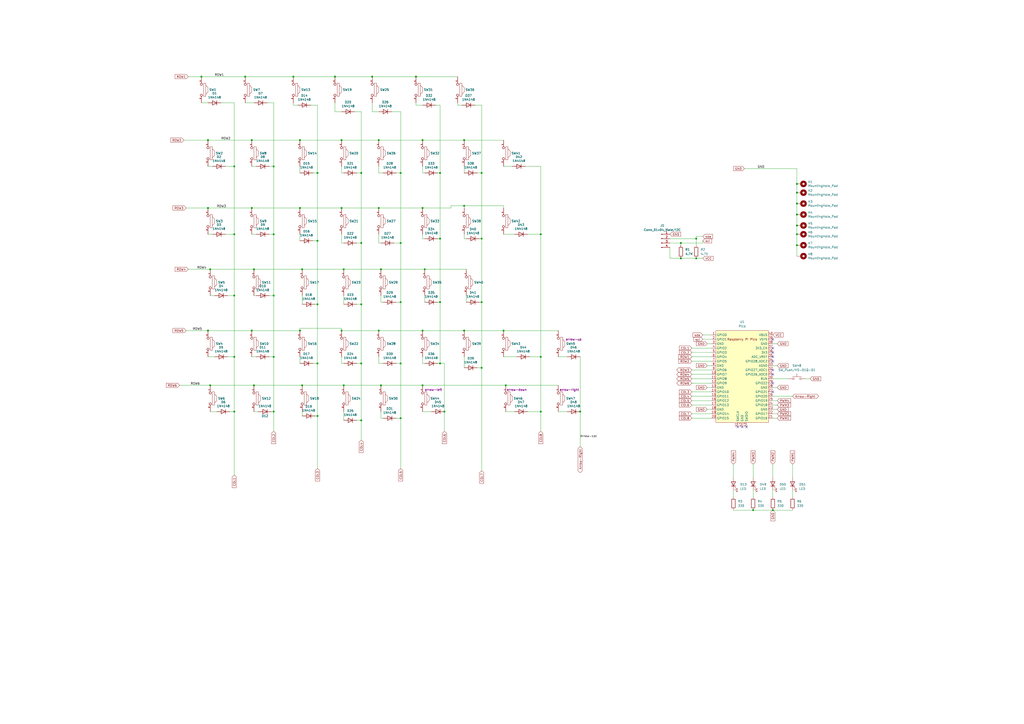
<source format=kicad_sch>
(kicad_sch (version 20211123) (generator eeschema)
  (paper "A2")
  (junction (at 462.28 142.24))
  (junction (at 194.31 44.45))
  (junction (at 209.55 243.84))
  (junction (at 269.24 191.77))
  (junction (at 269.24 81.28))
  (junction (at 279.4 100.33))
  (junction (at 293.37 223.52))
  (junction (at 184.15 210.82))
  (junction (at 135.89 207.01))
  (junction (at 173.99 191.77))
  (junction (at 184.15 176.53))
  (junction (at 146.05 120.65))
  (junction (at 336.55 238.76))
  (junction (at 158.75 207.01))
  (junction (at 245.11 223.52))
  (junction (at 255.27 210.82))
  (junction (at 232.41 210.82))
  (junction (at 121.92 223.52))
  (junction (at 135.89 238.76))
  (junction (at 313.69 238.76))
  (junction (at 462.28 135.89))
  (junction (at 184.15 139.7))
  (junction (at 116.84 44.45))
  (junction (at 232.41 140.97))
  (junction (at 146.05 81.28))
  (junction (at 158.75 171.45))
  (junction (at 170.18 44.45))
  (junction (at 245.11 120.65))
  (junction (at 219.71 120.65))
  (junction (at 313.69 135.89))
  (junction (at 462.28 111.76))
  (junction (at 120.65 191.77))
  (junction (at 121.92 156.21))
  (junction (at 232.41 100.33))
  (junction (at 209.55 140.97))
  (junction (at 279.4 175.26))
  (junction (at 158.75 135.89))
  (junction (at 184.15 241.3))
  (junction (at 147.32 223.52))
  (junction (at 120.65 120.65))
  (junction (at 436.88 295.91))
  (junction (at 232.41 175.26))
  (junction (at 198.12 120.65))
  (junction (at 246.38 156.21))
  (junction (at 158.75 96.52))
  (junction (at 209.55 210.82))
  (junction (at 219.71 191.77))
  (junction (at 462.28 118.11))
  (junction (at 255.27 175.26))
  (junction (at 279.4 138.43))
  (junction (at 462.28 106.68))
  (junction (at 175.26 223.52))
  (junction (at 184.15 100.33))
  (junction (at 269.24 119.38))
  (junction (at 173.99 81.28))
  (junction (at 462.28 124.46))
  (junction (at 199.39 223.52))
  (junction (at 245.11 81.28))
  (junction (at 241.3 44.45))
  (junction (at 173.99 120.65))
  (junction (at 135.89 171.45))
  (junction (at 209.55 100.33))
  (junction (at 245.11 191.77))
  (junction (at 215.9 44.45))
  (junction (at 292.1 191.77))
  (junction (at 175.26 156.21))
  (junction (at 220.98 156.21))
  (junction (at 120.65 81.28))
  (junction (at 403.86 149.86))
  (junction (at 232.41 242.57))
  (junction (at 135.89 135.89))
  (junction (at 313.69 207.01))
  (junction (at 209.55 176.53))
  (junction (at 257.81 238.76))
  (junction (at 279.4 213.36))
  (junction (at 158.75 238.76))
  (junction (at 255.27 100.33))
  (junction (at 394.97 149.86))
  (junction (at 199.39 156.21))
  (junction (at 394.97 140.97))
  (junction (at 448.31 295.91))
  (junction (at 135.89 96.52))
  (junction (at 403.86 138.43))
  (junction (at 147.32 156.21))
  (junction (at 462.28 130.81))
  (junction (at 219.71 81.28))
  (junction (at 198.12 191.77))
  (junction (at 220.98 223.52))
  (junction (at 255.27 138.43))
  (junction (at 146.05 191.77))
  (junction (at 142.24 44.45))
  (junction (at 198.12 81.28))
  (no_connect (at 448.31 201.93))
  (no_connect (at 448.31 207.01))
  (no_connect (at 433.07 247.65))
  (no_connect (at 448.31 196.85))
  (no_connect (at 448.31 214.63))
  (no_connect (at 448.31 222.25))
  (no_connect (at 448.31 204.47))
  (no_connect (at 427.99 247.65))
  (no_connect (at 430.53 247.65))
  (no_connect (at 448.31 227.33))
  (no_connect (at 448.31 217.17))
  (no_connect (at 448.31 209.55))
  (wire (pts (xy 228.6 140.97) (xy 232.41 140.97)))
  (wire (pts (xy 219.71 100.33) (xy 222.25 100.33)))
  (wire (pts (xy 254 175.26) (xy 255.27 175.26)))
  (wire (pts (xy 198.12 207.01) (xy 198.12 210.82)))
  (wire (pts (xy 198.12 120.65) (xy 219.71 120.65)))
  (wire (pts (xy 120.65 81.28) (xy 106.68 81.28)))
  (wire (pts (xy 245.11 210.82) (xy 246.38 210.82)))
  (wire (pts (xy 146.05 81.28) (xy 120.65 81.28)))
  (wire (pts (xy 232.41 242.57) (xy 232.41 210.82)))
  (wire (pts (xy 313.69 238.76) (xy 313.69 250.19)))
  (wire (pts (xy 425.45 269.24) (xy 425.45 276.86)))
  (wire (pts (xy 156.21 207.01) (xy 158.75 207.01)))
  (wire (pts (xy 209.55 243.84) (xy 207.01 243.84)))
  (wire (pts (xy 257.81 238.76) (xy 257.81 250.19)))
  (wire (pts (xy 257.81 210.82) (xy 255.27 210.82)))
  (wire (pts (xy 425.45 284.48) (xy 425.45 288.29)))
  (wire (pts (xy 401.32 201.93) (xy 412.75 201.93)))
  (wire (pts (xy 297.18 96.52) (xy 292.1 96.52)))
  (wire (pts (xy 401.32 214.63) (xy 412.75 214.63)))
  (wire (pts (xy 265.43 44.45) (xy 241.3 44.45)))
  (wire (pts (xy 147.32 223.52) (xy 175.26 223.52)))
  (wire (pts (xy 158.75 59.69) (xy 158.75 96.52)))
  (wire (pts (xy 121.92 223.52) (xy 104.14 223.52)))
  (wire (pts (xy 135.89 135.89) (xy 135.89 96.52)))
  (wire (pts (xy 269.24 81.28) (xy 245.11 81.28)))
  (wire (pts (xy 173.99 96.52) (xy 173.99 100.33)))
  (wire (pts (xy 158.75 207.01) (xy 158.75 238.76)))
  (wire (pts (xy 425.45 295.91) (xy 436.88 295.91)))
  (wire (pts (xy 388.62 140.97) (xy 394.97 140.97)))
  (wire (pts (xy 328.93 238.76) (xy 323.85 238.76)))
  (wire (pts (xy 388.62 138.43) (xy 403.86 138.43)))
  (wire (pts (xy 245.11 191.77) (xy 269.24 191.77)))
  (wire (pts (xy 133.35 238.76) (xy 135.89 238.76)))
  (wire (pts (xy 448.31 224.79) (xy 450.85 224.79)))
  (wire (pts (xy 148.59 171.45) (xy 147.32 171.45)))
  (wire (pts (xy 278.13 138.43) (xy 279.4 138.43)))
  (wire (pts (xy 146.05 207.01) (xy 148.59 207.01)))
  (wire (pts (xy 198.12 190.5) (xy 198.12 191.77)))
  (wire (pts (xy 241.3 60.96) (xy 241.3 59.69)))
  (wire (pts (xy 219.71 140.97) (xy 219.71 135.89)))
  (wire (pts (xy 194.31 64.77) (xy 194.31 59.69)))
  (wire (pts (xy 173.99 190.5) (xy 198.12 190.5)))
  (wire (pts (xy 121.92 238.76) (xy 125.73 238.76)))
  (wire (pts (xy 401.32 222.25) (xy 412.75 222.25)))
  (wire (pts (xy 180.34 60.96) (xy 184.15 60.96)))
  (wire (pts (xy 124.46 171.45) (xy 121.92 171.45)))
  (wire (pts (xy 254 210.82) (xy 255.27 210.82)))
  (wire (pts (xy 246.38 156.21) (xy 220.98 156.21)))
  (wire (pts (xy 412.75 224.79) (xy 410.21 224.79)))
  (wire (pts (xy 269.24 191.77) (xy 292.1 191.77)))
  (wire (pts (xy 412.75 237.49) (xy 410.21 237.49)))
  (wire (pts (xy 412.75 242.57) (xy 401.32 242.57)))
  (wire (pts (xy 448.31 229.87) (xy 459.74 229.87)))
  (wire (pts (xy 123.19 96.52) (xy 120.65 96.52)))
  (wire (pts (xy 275.59 60.96) (xy 279.4 60.96)))
  (wire (pts (xy 209.55 243.84) (xy 209.55 255.27)))
  (wire (pts (xy 209.55 64.77) (xy 209.55 100.33)))
  (wire (pts (xy 448.31 199.39) (xy 450.85 199.39)))
  (wire (pts (xy 149.86 238.76) (xy 147.32 238.76)))
  (wire (pts (xy 278.13 175.26) (xy 279.4 175.26)))
  (wire (pts (xy 255.27 175.26) (xy 255.27 210.82)))
  (wire (pts (xy 448.31 232.41) (xy 450.85 232.41)))
  (wire (pts (xy 448.31 240.03) (xy 450.85 240.03)))
  (wire (pts (xy 215.9 59.69) (xy 215.9 64.77)))
  (wire (pts (xy 254 138.43) (xy 255.27 138.43)))
  (wire (pts (xy 199.39 100.33) (xy 198.12 100.33)))
  (wire (pts (xy 170.18 60.96) (xy 172.72 60.96)))
  (wire (pts (xy 175.26 156.21) (xy 147.32 156.21)))
  (wire (pts (xy 462.28 106.68) (xy 462.28 97.79)))
  (wire (pts (xy 170.18 59.69) (xy 170.18 60.96)))
  (wire (pts (xy 198.12 191.77) (xy 219.71 191.77)))
  (wire (pts (xy 403.86 137.16) (xy 407.67 137.16)))
  (wire (pts (xy 232.41 175.26) (xy 232.41 140.97)))
  (wire (pts (xy 184.15 176.53) (xy 184.15 139.7)))
  (wire (pts (xy 394.97 149.86) (xy 403.86 149.86)))
  (wire (pts (xy 436.88 284.48) (xy 436.88 288.29)))
  (wire (pts (xy 135.89 238.76) (xy 135.89 207.01)))
  (wire (pts (xy 407.67 139.7) (xy 407.67 140.97)))
  (wire (pts (xy 135.89 238.76) (xy 135.89 275.59)))
  (wire (pts (xy 215.9 64.77) (xy 219.71 64.77)))
  (wire (pts (xy 401.32 232.41) (xy 412.75 232.41)))
  (wire (pts (xy 462.28 124.46) (xy 462.28 118.11)))
  (wire (pts (xy 146.05 191.77) (xy 173.99 191.77)))
  (wire (pts (xy 269.24 119.38) (xy 269.24 120.65)))
  (wire (pts (xy 232.41 242.57) (xy 232.41 271.78)))
  (wire (pts (xy 207.01 140.97) (xy 209.55 140.97)))
  (wire (pts (xy 407.67 196.85) (xy 412.75 196.85)))
  (wire (pts (xy 388.62 143.51) (xy 388.62 149.86)))
  (wire (pts (xy 173.99 81.28) (xy 146.05 81.28)))
  (wire (pts (xy 199.39 223.52) (xy 220.98 223.52)))
  (wire (pts (xy 276.86 213.36) (xy 279.4 213.36)))
  (wire (pts (xy 198.12 81.28) (xy 173.99 81.28)))
  (wire (pts (xy 448.31 219.71) (xy 457.2 219.71)))
  (wire (pts (xy 276.86 100.33) (xy 279.4 100.33)))
  (wire (pts (xy 198.12 140.97) (xy 199.39 140.97)))
  (wire (pts (xy 459.74 284.48) (xy 459.74 288.29)))
  (wire (pts (xy 462.28 118.11) (xy 462.28 111.76)))
  (wire (pts (xy 182.88 176.53) (xy 184.15 176.53)))
  (wire (pts (xy 246.38 171.45) (xy 246.38 175.26)))
  (wire (pts (xy 184.15 100.33) (xy 184.15 60.96)))
  (wire (pts (xy 205.74 64.77) (xy 209.55 64.77)))
  (wire (pts (xy 394.97 140.97) (xy 394.97 142.24)))
  (wire (pts (xy 270.51 156.21) (xy 246.38 156.21)))
  (wire (pts (xy 130.81 135.89) (xy 135.89 135.89)))
  (wire (pts (xy 298.45 238.76) (xy 293.37 238.76)))
  (wire (pts (xy 124.46 207.01) (xy 120.65 207.01)))
  (wire (pts (xy 241.3 44.45) (xy 215.9 44.45)))
  (wire (pts (xy 255.27 60.96) (xy 255.27 100.33)))
  (wire (pts (xy 403.86 142.24) (xy 403.86 138.43)))
  (wire (pts (xy 252.73 60.96) (xy 255.27 60.96)))
  (wire (pts (xy 148.59 96.52) (xy 146.05 96.52)))
  (wire (pts (xy 412.75 212.09) (xy 410.21 212.09)))
  (wire (pts (xy 175.26 171.45) (xy 175.26 176.53)))
  (wire (pts (xy 279.4 100.33) (xy 279.4 60.96)))
  (wire (pts (xy 245.11 60.96) (xy 241.3 60.96)))
  (wire (pts (xy 292.1 119.38) (xy 292.1 120.65)))
  (wire (pts (xy 250.19 238.76) (xy 245.11 238.76)))
  (wire (pts (xy 299.72 207.01) (xy 292.1 207.01)))
  (wire (pts (xy 220.98 242.57) (xy 222.25 242.57)))
  (wire (pts (xy 298.45 135.89) (xy 292.1 135.89)))
  (wire (pts (xy 184.15 139.7) (xy 184.15 100.33)))
  (wire (pts (xy 462.28 111.76) (xy 462.28 106.68)))
  (wire (pts (xy 130.81 96.52) (xy 135.89 96.52)))
  (wire (pts (xy 401.32 227.33) (xy 412.75 227.33)))
  (wire (pts (xy 279.4 213.36) (xy 279.4 273.05)))
  (wire (pts (xy 156.21 135.89) (xy 158.75 135.89)))
  (wire (pts (xy 135.89 96.52) (xy 135.89 59.69)))
  (wire (pts (xy 232.41 100.33) (xy 232.41 64.77)))
  (wire (pts (xy 120.65 59.69) (xy 116.84 59.69)))
  (wire (pts (xy 175.26 238.76) (xy 175.26 241.3)))
  (wire (pts (xy 431.8 97.79) (xy 462.28 97.79)))
  (wire (pts (xy 219.71 120.65) (xy 245.11 120.65)))
  (wire (pts (xy 448.31 234.95) (xy 450.85 234.95)))
  (wire (pts (xy 462.28 148.59) (xy 462.28 142.24)))
  (wire (pts (xy 336.55 207.01) (xy 336.55 238.76)))
  (wire (pts (xy 173.99 191.77) (xy 173.99 190.5)))
  (wire (pts (xy 269.24 96.52) (xy 269.24 100.33)))
  (wire (pts (xy 147.32 59.69) (xy 142.24 59.69)))
  (wire (pts (xy 220.98 175.26) (xy 222.25 175.26)))
  (wire (pts (xy 269.24 207.01) (xy 269.24 213.36)))
  (wire (pts (xy 198.12 64.77) (xy 194.31 64.77)))
  (wire (pts (xy 412.75 229.87) (xy 401.32 229.87)))
  (wire (pts (xy 158.75 171.45) (xy 158.75 207.01)))
  (wire (pts (xy 412.75 199.39) (xy 410.21 199.39)))
  (wire (pts (xy 220.98 238.76) (xy 220.98 242.57)))
  (wire (pts (xy 156.21 96.52) (xy 158.75 96.52)))
  (wire (pts (xy 407.67 194.31) (xy 412.75 194.31)))
  (wire (pts (xy 459.74 269.24) (xy 459.74 276.86)))
  (wire (pts (xy 199.39 156.21) (xy 175.26 156.21)))
  (wire (pts (xy 146.05 120.65) (xy 173.99 120.65)))
  (wire (pts (xy 219.71 96.52) (xy 219.71 100.33)))
  (wire (pts (xy 255.27 100.33) (xy 255.27 138.43)))
  (wire (pts (xy 412.75 207.01) (xy 401.32 207.01)))
  (wire (pts (xy 198.12 135.89) (xy 198.12 140.97)))
  (wire (pts (xy 448.31 269.24) (xy 448.31 276.86)))
  (wire (pts (xy 232.41 140.97) (xy 232.41 100.33)))
  (wire (pts (xy 229.87 210.82) (xy 232.41 210.82)))
  (wire (pts (xy 148.59 135.89) (xy 146.05 135.89)))
  (wire (pts (xy 245.11 138.43) (xy 245.11 135.89)))
  (wire (pts (xy 222.25 210.82) (xy 219.71 210.82)))
  (wire (pts (xy 257.81 210.82) (xy 257.81 238.76)))
  (wire (pts (xy 135.89 207.01) (xy 135.89 171.45)))
  (wire (pts (xy 194.31 44.45) (xy 170.18 44.45)))
  (wire (pts (xy 462.28 124.46) (xy 462.28 130.81)))
  (wire (pts (xy 403.86 138.43) (xy 403.86 137.16)))
  (wire (pts (xy 267.97 60.96) (xy 265.43 60.96)))
  (wire (pts (xy 142.24 44.45) (xy 170.18 44.45)))
  (wire (pts (xy 219.71 81.28) (xy 198.12 81.28)))
  (wire (pts (xy 199.39 171.45) (xy 199.39 176.53)))
  (wire (pts (xy 412.75 234.95) (xy 401.32 234.95)))
  (wire (pts (xy 403.86 149.86) (xy 407.67 149.86)))
  (wire (pts (xy 394.97 140.97) (xy 407.67 140.97)))
  (wire (pts (xy 245.11 81.28) (xy 219.71 81.28)))
  (wire (pts (xy 147.32 156.21) (xy 121.92 156.21)))
  (wire (pts (xy 181.61 139.7) (xy 184.15 139.7)))
  (wire (pts (xy 313.69 135.89) (xy 313.69 207.01)))
  (wire (pts (xy 307.34 207.01) (xy 313.69 207.01)))
  (wire (pts (xy 412.75 219.71) (xy 401.32 219.71)))
  (wire (pts (xy 209.55 100.33) (xy 209.55 140.97)))
  (wire (pts (xy 207.01 176.53) (xy 209.55 176.53)))
  (wire (pts (xy 229.87 100.33) (xy 232.41 100.33)))
  (wire (pts (xy 269.24 138.43) (xy 269.24 135.89)))
  (wire (pts (xy 336.55 238.76) (xy 336.55 259.08)))
  (wire (pts (xy 448.31 284.48) (xy 448.31 288.29)))
  (wire (pts (xy 173.99 120.65) (xy 198.12 120.65)))
  (wire (pts (xy 132.08 207.01) (xy 135.89 207.01)))
  (wire (pts (xy 220.98 156.21) (xy 199.39 156.21)))
  (wire (pts (xy 227.33 64.77) (xy 232.41 64.77)))
  (wire (pts (xy 207.01 100.33) (xy 209.55 100.33)))
  (wire (pts (xy 157.48 238.76) (xy 158.75 238.76)))
  (wire (pts (xy 261.62 119.38) (xy 269.24 119.38)))
  (wire (pts (xy 158.75 135.89) (xy 158.75 171.45)))
  (wire (pts (xy 436.88 295.91) (xy 448.31 295.91)))
  (wire (pts (xy 388.62 149.86) (xy 394.97 149.86)))
  (wire (pts (xy 313.69 238.76) (xy 313.69 207.01)))
  (wire (pts (xy 173.99 135.89) (xy 173.99 139.7)))
  (wire (pts (xy 220.98 140.97) (xy 219.71 140.97)))
  (wire (pts (xy 270.51 138.43) (xy 269.24 138.43)))
  (wire (pts (xy 279.4 138.43) (xy 279.4 100.33)))
  (wire (pts (xy 412.75 217.17) (xy 401.32 217.17)))
  (wire (pts (xy 245.11 120.65) (xy 261.62 120.65)))
  (wire (pts (xy 198.12 100.33) (xy 198.12 96.52)))
  (wire (pts (xy 121.92 156.21) (xy 109.22 156.21)))
  (wire (pts (xy 121.92 223.52) (xy 147.32 223.52)))
  (wire (pts (xy 158.75 238.76) (xy 158.75 250.19)))
  (wire (pts (xy 120.65 120.65) (xy 146.05 120.65)))
  (wire (pts (xy 232.41 210.82) (xy 232.41 175.26)))
  (wire (pts (xy 328.93 207.01) (xy 323.85 207.01)))
  (wire (pts (xy 209.55 140.97) (xy 209.55 176.53)))
  (wire (pts (xy 120.65 120.65) (xy 107.95 120.65)))
  (wire (pts (xy 175.26 223.52) (xy 199.39 223.52)))
  (wire (pts (xy 135.89 171.45) (xy 135.89 135.89)))
  (wire (pts (xy 209.55 176.53) (xy 209.55 210.82)))
  (wire (pts (xy 279.4 175.26) (xy 279.4 138.43)))
  (wire (pts (xy 184.15 241.3) (xy 184.15 210.82)))
  (wire (pts (xy 215.9 44.45) (xy 194.31 44.45)))
  (wire (pts (xy 154.94 59.69) (xy 158.75 59.69)))
  (wire (pts (xy 401.32 209.55) (xy 412.75 209.55)))
  (wire (pts (xy 313.69 96.52) (xy 313.69 135.89)))
  (wire (pts (xy 254 100.33) (xy 255.27 100.33)))
  (wire (pts (xy 156.21 171.45) (xy 158.75 171.45)))
  (wire (pts (xy 270.51 171.45) (xy 270.51 175.26)))
  (wire (pts (xy 306.07 238.76) (xy 313.69 238.76)))
  (wire (pts (xy 269.24 119.38) (xy 292.1 119.38)))
  (wire (pts (xy 246.38 100.33) (xy 245.11 100.33)))
  (wire (pts (xy 173.99 207.01) (xy 173.99 210.82)))
  (wire (pts (xy 448.31 295.91) (xy 459.74 295.91)))
  (wire (pts (xy 181.61 100.33) (xy 184.15 100.33)))
  (wire (pts (xy 412.75 204.47) (xy 401.32 204.47)))
  (wire (pts (xy 184.15 241.3) (xy 184.15 271.78)))
  (wire (pts (xy 120.65 191.77) (xy 146.05 191.77)))
  (wire (pts (xy 229.87 242.57) (xy 232.41 242.57)))
  (wire (pts (xy 292.1 81.28) (xy 269.24 81.28)))
  (wire (pts (xy 401.32 240.03) (xy 412.75 240.03)))
  (wire (pts (xy 323.85 191.77) (xy 292.1 191.77)))
  (wire (pts (xy 116.84 44.45) (xy 142.24 44.45)))
  (wire (pts (xy 448.31 237.49) (xy 450.85 237.49)))
  (wire (pts (xy 219.71 191.77) (xy 245.11 191.77)))
  (wire (pts (xy 306.07 135.89) (xy 313.69 135.89)))
  (wire (pts (xy 199.39 243.84) (xy 199.39 238.76)))
  (wire (pts (xy 265.43 60.96) (xy 265.43 59.69)))
  (wire (pts (xy 279.4 213.36) (xy 279.4 175.26)))
  (wire (pts (xy 229.87 175.26) (xy 232.41 175.26)))
  (wire (pts (xy 132.08 171.45) (xy 135.89 171.45)))
  (wire (pts (xy 158.75 96.52) (xy 158.75 135.89)))
  (wire (pts (xy 448.31 212.09) (xy 450.85 212.09)))
  (wire (pts (xy 198.12 210.82) (xy 199.39 210.82)))
  (wire (pts (xy 184.15 210.82) (xy 184.15 176.53)))
  (wire (pts (xy 123.19 135.89) (xy 120.65 135.89)))
  (wire (pts (xy 128.27 59.69) (xy 135.89 59.69)))
  (wire (pts (xy 181.61 210.82) (xy 184.15 210.82)))
  (wire (pts (xy 462.28 135.89) (xy 462.28 130.81)))
  (wire (pts (xy 209.55 210.82) (xy 209.55 243.84)))
  (wire (pts (xy 462.28 142.24) (xy 462.28 135.89)))
  (wire (pts (xy 107.95 191.77) (xy 120.65 191.77)))
  (wire (pts (xy 245.11 100.33) (xy 245.11 96.52)))
  (wire (pts (xy 245.11 207.01) (xy 245.11 210.82)))
  (wire (pts (xy 261.62 120.65) (xy 261.62 119.38)))
  (wire (pts (xy 246.38 138.43) (xy 245.11 138.43)))
  (wire (pts (xy 293.37 223.52) (xy 245.11 223.52)))
  (wire (pts (xy 448.31 242.57) (xy 450.85 242.57)))
  (wire (pts (xy 219.71 210.82) (xy 219.71 207.01)))
  (wire (pts (xy 436.88 269.24) (xy 436.88 276.86)))
  (wire (pts (xy 293.37 223.52) (xy 323.85 223.52)))
  (wire (pts (xy 220.98 171.45) (xy 220.98 175.26)))
  (wire (pts (xy 245.11 223.52) (xy 220.98 223.52)))
  (wire (pts (xy 304.8 96.52) (xy 313.69 96.52)))
  (wire (pts (xy 467.36 219.71) (xy 469.9 219.71)))
  (wire (pts (xy 182.88 241.3) (xy 184.15 241.3)))
  (wire (pts (xy 255.27 138.43) (xy 255.27 175.26)))
  (wire (pts (xy 116.84 44.45) (xy 109.22 44.45)))
  (wire (pts (xy 207.01 210.82) (xy 209.55 210.82)))
  (label "ROW6" (at 110.49 223.52 0))
  (label "GND" (at 439.42 97.79 0))
  (label "ROW5" (at 111.76 191.77 0))
  (label "ROW3" (at 125.73 120.65 0))
  (label "ROW2" (at 128.27 81.28 0))
  (label "Arrow-col" (at 336.55 254 0))
  (label "ROW4" (at 114.3 156.21 0))
  (label "ROW1" (at 124.46 44.45 0))
  (global_label "ROW4" (shape bidirectional) (at 401.32 217.17 180) (property "Intersheet References" "${INTERSHEET_REFS}" (effects hide)))
  (global_label "GND" (shape input) (at 410.21 212.09 180) (property "Intersheet References" "${INTERSHEET_REFS}" (effects hide)))
  (global_label "ROW6" (shape bidirectional) (at 401.32 222.25 180) (property "Intersheet References" "${INTERSHEET_REFS}" (effects hide)))
  (global_label "COL2" (shape input) (at 158.75 250.19 270) (property "Intersheet References" "${INTERSHEET_REFS}" (effects hide)))
  (global_label "GND" (shape input) (at 450.85 212.09 0) (property "Intersheet References" "${INTERSHEET_REFS}" (effects hide)))
  (global_label "GND" (shape input) (at 410.21 199.39 180) (property "Intersheet References" "${INTERSHEET_REFS}" (effects hide)))
  (global_label "VCC" (shape input) (at 448.31 194.31 0) (property "Intersheet References" "${INTERSHEET_REFS}" (effects hide)))
  (global_label "COL1" (shape input) (at 135.89 275.59 270) (property "Intersheet References" "${INTERSHEET_REFS}" (effects hide)))
  (global_label "sda" (shape input) (at 407.67 194.31 180) (property "Intersheet References" "${INTERSHEET_REFS}" (effects hide)))
  (global_label "COL5" (shape input) (at 232.41 271.78 270) (property "Intersheet References" "${INTERSHEET_REFS}" (effects hide)))
  (global_label "GND" (shape input) (at 410.21 224.79 180) (property "Intersheet References" "${INTERSHEET_REFS}" (effects hide)))
  (global_label "PWM1" (shape input) (at 459.74 269.24 90) (property "Intersheet References" "${INTERSHEET_REFS}" (effects hide)))
  (global_label "ROW3" (shape input) (at 107.95 120.65 180) (property "Intersheet References" "${INTERSHEET_REFS}" (effects hide)))
  (global_label "PWM1" (shape input) (at 450.85 242.57 0) (property "Intersheet References" "${INTERSHEET_REFS}" (effects hide)))
  (global_label "COL4" (shape input) (at 401.32 229.87 180) (property "Intersheet References" "${INTERSHEET_REFS}" (effects hide)))
  (global_label "scl" (shape input) (at 407.67 196.85 180) (property "Intersheet References" "${INTERSHEET_REFS}" (effects hide)))
  (global_label "PWM2" (shape input) (at 448.31 269.24 90) (property "Intersheet References" "${INTERSHEET_REFS}" (effects hide)))
  (global_label "GND" (shape input) (at 388.62 135.89 0) (property "Intersheet References" "${INTERSHEET_REFS}" (effects hide)))
  (global_label "PWM4" (shape input) (at 425.45 269.24 90) (property "Intersheet References" "${INTERSHEET_REFS}" (effects hide)))
  (global_label "sda" (shape input) (at 407.67 137.16 0) (property "Intersheet References" "${INTERSHEET_REFS}" (effects hide)))
  (global_label "ROW2" (shape input) (at 401.32 209.55 180) (property "Intersheet References" "${INTERSHEET_REFS}" (effects hide)))
  (global_label "Arrow-Right" (shape bidirectional) (at 459.74 229.87 0) (property "Intersheet References" "${INTERSHEET_REFS}" (effects hide)))
  (global_label "PWM2" (shape input) (at 450.85 240.03 0) (property "Intersheet References" "${INTERSHEET_REFS}" (effects hide)))
  (global_label "GND" (shape input) (at 469.9 219.71 0) (property "Intersheet References" "${INTERSHEET_REFS}" (effects hide)))
  (global_label "GND" (shape input) (at 448.31 295.91 270) (property "Intersheet References" "${INTERSHEET_REFS}" (effects hide)))
  (global_label "COL8" (shape input) (at 313.69 250.19 270) (property "Intersheet References" "${INTERSHEET_REFS}" (effects hide)))
  (global_label "VCC" (shape input) (at 407.67 149.86 0) (property "Intersheet References" "${INTERSHEET_REFS}" (effects hide)))
  (global_label "COL3" (shape input) (at 401.32 227.33 180) (property "Intersheet References" "${INTERSHEET_REFS}" (effects hide)))
  (global_label "PWM4" (shape input) (at 450.85 232.41 0) (property "Intersheet References" "${INTERSHEET_REFS}" (effects hide)))
  (global_label "COL6" (shape input) (at 401.32 234.95 180) (property "Intersheet References" "${INTERSHEET_REFS}" (effects hide)))
  (global_label "GND" (shape input) (at 410.21 237.49 180) (property "Intersheet References" "${INTERSHEET_REFS}" (effects hide)))
  (global_label "ROW4" (shape input) (at 109.22 156.21 180) (property "Intersheet References" "${INTERSHEET_REFS}" (effects hide)))
  (global_label "COL5" (shape input) (at 401.32 232.41 180) (property "Intersheet References" "${INTERSHEET_REFS}" (effects hide)))
  (global_label "scl" (shape input) (at 407.67 139.7 0) (property "Intersheet References" "${INTERSHEET_REFS}" (effects hide)))
  (global_label "COL7" (shape input) (at 401.32 240.03 180) (property "Intersheet References" "${INTERSHEET_REFS}" (effects hide)))
  (global_label "ROW6" (shape input) (at 104.14 223.52 180) (property "Intersheet References" "${INTERSHEET_REFS}" (effects hide)))
  (global_label "GND" (shape input) (at 450.85 199.39 0) (property "Intersheet References" "${INTERSHEET_REFS}" (effects hide)))
  (global_label "COL8" (shape input) (at 401.32 242.57 180) (property "Intersheet References" "${INTERSHEET_REFS}" (effects hide)))
  (global_label "ROW2" (shape input) (at 106.68 81.28 180) (property "Intersheet References" "${INTERSHEET_REFS}" (effects hide)))
  (global_label "ROW5" (shape input) (at 107.95 191.77 180) (property "Intersheet References" "${INTERSHEET_REFS}" (effects hide)))
  (global_label "COL7" (shape input) (at 279.4 273.05 270) (property "Intersheet References" "${INTERSHEET_REFS}" (effects hide)))
  (global_label "Arrow-Right" (shape bidirectional) (at 336.55 259.08 270) (property "Intersheet References" "${INTERSHEET_REFS}" (effects hide)))
  (global_label "GND" (shape input) (at 431.8 97.79 180) (property "Intersheet References" "${INTERSHEET_REFS}" (effects hide)))
  (global_label "GND" (shape input) (at 450.85 237.49 0) (property "Intersheet References" "${INTERSHEET_REFS}" (effects hide)))
  (global_label "COL2" (shape input) (at 401.32 204.47 180) (property "Intersheet References" "${INTERSHEET_REFS}" (effects hide)))
  (global_label "GND" (shape input) (at 450.85 224.79 0) (property "Intersheet References" "${INTERSHEET_REFS}" (effects hide)))
  (global_label "ROW5" (shape bidirectional) (at 401.32 219.71 180) (property "Intersheet References" "${INTERSHEET_REFS}" (effects hide)))
  (global_label "ROW1" (shape input) (at 401.32 207.01 180) (property "Intersheet References" "${INTERSHEET_REFS}" (effects hide)))
  (global_label "ROW3" (shape bidirectional) (at 401.32 214.63 180) (property "Intersheet References" "${INTERSHEET_REFS}" (effects hide)))
  (global_label "COL4" (shape input) (at 209.55 255.27 270) (property "Intersheet References" "${INTERSHEET_REFS}" (effects hide)))
  (global_label "PWM3" (shape input) (at 450.85 234.95 0) (property "Intersheet References" "${INTERSHEET_REFS}" (effects hide)))
  (global_label "COL1" (shape input) (at 401.32 201.93 180) (property "Intersheet References" "${INTERSHEET_REFS}" (effects hide)))
  (global_label "PWM3" (shape input) (at 436.88 269.24 90) (property "Intersheet References" "${INTERSHEET_REFS}" (effects hide)))
  (global_label "COL6" (shape input) (at 257.81 250.19 270) (property "Intersheet References" "${INTERSHEET_REFS}" (effects hide)))
  (global_label "COL3" (shape input) (at 184.15 271.78 270) (property "Intersheet References" "${INTERSHEET_REFS}" (effects hide)))
  (global_label "ROW1" (shape input) (at 109.22 44.45 180) (property "Intersheet References" "${INTERSHEET_REFS}" (effects hide)))
  (symbol (lib_id "pcb-flat-right-rescue:MX-NO-LED-keyboard2") (at 120.65 128.27 270) (unit 1)
    (property "Reference" "SW3" (at 125.1712 128.27 90) (effects (justify left)))
    (property "Value" "MX-NO-LED" (effects hide))
    (property "Footprint" "Button_Switch_Keyboard:SW_Cherry_MX_1.50u_PCB" (effects hide))
  )
  (symbol (lib_id "pcb-flat-right-rescue:MX-NO-LED-keyboard2") (at 146.05 128.27 270) (unit 1)
    (property "Reference" "SW9" (at 150.5712 128.27 90) (effects (justify left)))
    (property "Value" "MX-NO-LED" (effects hide))
    (property "Footprint" "Button_Switch_Keyboard:SW_Cherry_MX_1.00u_PCB" (effects hide))
  )
  (symbol (lib_id "pcb-flat-right-rescue:MX-NO-LED-keyboard2") (at 173.99 128.27 270) (unit 1)
    (property "Reference" "SW15" (at 178.5112 128.27 90) (effects (justify left)))
    (property "Value" "MX-NO-LED" (effects hide))
    (property "Footprint" "Button_Switch_Keyboard:SW_Cherry_MX_1.00u_PCB" (effects hide))
  )
  (symbol (lib_id "pcb-flat-right-rescue:MX-NO-LED-keyboard2") (at 198.12 128.27 270) (unit 1)
    (property "Reference" "SW21" (at 202.6412 128.27 90) (effects (justify left)))
    (property "Value" "MX-NO-LED" (effects hide))
    (property "Footprint" "Button_Switch_Keyboard:SW_Cherry_MX_1.00u_PCB" (effects hide))
  )
  (symbol (lib_id "pcb-flat-right-rescue:MX-NO-LED-keyboard2") (at 219.71 128.27 270) (unit 1)
    (property "Reference" "SW27" (at 224.2312 128.27 90) (effects (justify left)))
    (property "Value" "MX-NO-LED" (effects hide))
    (property "Footprint" "Button_Switch_Keyboard:SW_Cherry_MX_1.00u_PCB" (effects hide))
  )
  (symbol (lib_id "pcb-flat-right-rescue:MX-NO-LED-keyboard2") (at 245.11 128.27 270) (unit 1)
    (property "Reference" "SW33" (at 249.6312 128.27 90) (effects (justify left)))
    (property "Value" "MX-NO-LED" (effects hide))
    (property "Footprint" "Button_Switch_Keyboard:SW_Cherry_MX_1.00u_PCB" (effects hide))
  )
  (symbol (lib_id "pcb-flat-right-rescue:MX-NO-LED-keyboard2") (at 269.24 128.27 270) (unit 1)
    (property "Reference" "SW38" (at 273.7612 128.27 90) (effects (justify left)))
    (property "Value" "MX-NO-LED" (effects hide))
    (property "Footprint" "Button_Switch_Keyboard:SW_Cherry_MX_1.00u_PCB" (effects hide))
  )
  (symbol (lib_id "pcb-flat-right-rescue:MX-NO-LED-keyboard2") (at 292.1 128.27 270) (unit 1)
    (property "Reference" "SW42" (at 296.6212 128.27 90) (effects (justify left)))
    (property "Value" "MX-NO-LED" (effects hide))
    (property "Footprint" "Button_Switch_Keyboard:SW_Cherry_MX_1.50u_PCB" (effects hide))
  )
  (symbol (lib_id "pcb-flat-right-rescue:MX-NO-LED-keyboard2") (at 121.92 163.83 270) (unit 1)
    (property "Reference" "SW5" (at 126.4412 163.83 90) (effects (justify left)))
    (property "Value" "MX-NO-LED" (effects hide))
    (property "Footprint" "Button_Switch_Keyboard:SW_Cherry_MX_1.50u_PCB" (effects hide))
  )
  (symbol (lib_id "pcb-flat-right-rescue:MX-NO-LED-keyboard2") (at 147.32 163.83 270) (unit 1)
    (property "Reference" "SW11" (at 151.8412 163.83 90) (effects (justify left)))
    (property "Value" "MX-NO-LED" (effects hide))
    (property "Footprint" "Button_Switch_Keyboard:SW_Cherry_MX_1.00u_PCB" (effects hide))
  )
  (symbol (lib_id "pcb-flat-right-rescue:MX-NO-LED-keyboard2") (at 175.26 163.83 270) (unit 1)
    (property "Reference" "SW17" (at 179.7812 163.83 90) (effects (justify left)))
    (property "Value" "MX-NO-LED" (effects hide))
    (property "Footprint" "Button_Switch_Keyboard:SW_Cherry_MX_1.00u_PCB" (effects hide))
  )
  (symbol (lib_id "pcb-flat-right-rescue:MX-NO-LED-keyboard2") (at 199.39 163.83 270) (unit 1)
    (property "Reference" "SW23" (at 203.9112 163.83 90) (effects (justify left)))
    (property "Value" "MX-NO-LED" (effects hide))
    (property "Footprint" "Button_Switch_Keyboard:SW_Cherry_MX_1.00u_PCB" (effects hide))
  )
  (symbol (lib_id "pcb-flat-right-rescue:MX-NO-LED-keyboard2") (at 220.98 163.83 270) (unit 1)
    (property "Reference" "SW29" (at 225.5012 163.83 90) (effects (justify left)))
    (property "Value" "MX-NO-LED" (effects hide))
    (property "Footprint" "Button_Switch_Keyboard:SW_Cherry_MX_1.00u_PCB" (effects hide))
  )
  (symbol (lib_id "pcb-flat-right-rescue:MX-NO-LED-keyboard2") (at 246.38 163.83 270) (unit 1)
    (property "Reference" "SW35" (at 250.9012 163.83 90) (effects (justify left)))
    (property "Value" "MX-NO-LED" (effects hide))
    (property "Footprint" "Button_Switch_Keyboard:SW_Cherry_MX_1.00u_PCB" (effects hide))
  )
  (symbol (lib_id "pcb-flat-right-rescue:MX-NO-LED-keyboard2") (at 270.51 163.83 270) (unit 1)
    (property "Reference" "SW40" (at 275.0312 163.83 90) (effects (justify left)))
    (property "Value" "MX-NO-LED" (effects hide))
    (property "Footprint" "Button_Switch_Keyboard:SW_Cherry_MX_1.00u_PCB" (effects hide))
  )
  (symbol (lib_id "pcb-flat-right-rescue:MX-NO-LED-keyboard2") (at 120.65 199.39 270) (unit 1)
    (property "Reference" "SW4" (at 125.1712 199.39 90) (effects (justify left)))
    (property "Value" "MX-NO-LED" (effects hide))
    (property "Footprint" "Button_Switch_Keyboard:SW_Cherry_MX_1.50u_PCB" (effects hide))
  )
  (symbol (lib_id "pcb-flat-right-rescue:MX-NO-LED-keyboard2") (at 146.05 199.39 270) (unit 1)
    (property "Reference" "SW10" (at 150.5712 199.39 90) (effects (justify left)))
    (property "Value" "MX-NO-LED" (effects hide))
    (property "Footprint" "Button_Switch_Keyboard:SW_Cherry_MX_1.00u_PCB" (effects hide))
  )
  (symbol (lib_id "pcb-flat-right-rescue:MX-NO-LED-keyboard2") (at 173.99 199.39 270) (unit 1)
    (property "Reference" "SW16" (at 178.5112 199.39 90) (effects (justify left)))
    (property "Value" "MX-NO-LED" (effects hide))
    (property "Footprint" "Button_Switch_Keyboard:SW_Cherry_MX_1.00u_PCB" (effects hide))
  )
  (symbol (lib_id "pcb-flat-right-rescue:MX-NO-LED-keyboard2") (at 198.12 199.39 270) (unit 1)
    (property "Reference" "SW22" (at 202.6412 199.39 90) (effects (justify left)))
    (property "Value" "MX-NO-LED" (effects hide))
    (property "Footprint" "Button_Switch_Keyboard:SW_Cherry_MX_1.00u_PCB" (effects hide))
  )
  (symbol (lib_id "pcb-flat-right-rescue:MX-NO-LED-keyboard2") (at 219.71 199.39 270) (unit 1)
    (property "Reference" "SW28" (at 224.2312 199.39 90) (effects (justify left)))
    (property "Value" "MX-NO-LED" (effects hide))
    (property "Footprint" "Button_Switch_Keyboard:SW_Cherry_MX_1.00u_PCB" (effects hide))
  )
  (symbol (lib_id "pcb-flat-right-rescue:MX-NO-LED-keyboard2") (at 245.11 199.39 270) (unit 1)
    (property "Reference" "SW34" (at 249.6312 199.39 90) (effects (justify left)))
    (property "Value" "MX-NO-LED" (effects hide))
    (property "Footprint" "Button_Switch_Keyboard:SW_Cherry_MX_1.00u_PCB" (effects hide))
  )
  (symbol (lib_id "pcb-flat-right-rescue:MX-NO-LED-keyboard2") (at 269.24 199.39 270) (unit 1)
    (property "Reference" "SW39" (at 273.7612 199.39 90) (effects (justify left)))
    (property "Value" "MX-NO-LED" (effects hide))
    (property "Footprint" "Button_Switch_Keyboard:SW_Cherry_MX_1.00u_PCB" (effects hide))
  )
  (symbol (lib_id "pcb-flat-right-rescue:MX-NO-LED-keyboard2") (at 292.1 199.39 270) (unit 1)
    (property "Reference" "SW43" (at 296.6212 199.39 90) (effects (justify left)))
    (property "Value" "MX-NO-LED" (effects hide))
    (property "Footprint" "Button_Switch_Keyboard:SW_Cherry_MX_1.50u_PCB" (effects hide))
  )
  (symbol (lib_id "pcb-flat-right-rescue:MX-NO-LED-keyboard2") (at 121.92 231.14 270) (unit 1)
    (property "Reference" "SW6" (at 126.4412 231.14 90) (effects (justify left)))
    (property "Value" "MX-NO-LED" (effects hide))
    (property "Footprint" "Button_Switch_Keyboard:SW_Cherry_MX_1.00u_PCB" (effects hide))
  )
  (symbol (lib_id "pcb-flat-right-rescue:MX-NO-LED-keyboard2") (at 147.32 231.14 270) (unit 1)
    (property "Reference" "SW12" (at 151.8412 231.14 90) (effects (justify left)))
    (property "Value" "MX-NO-LED" (effects hide))
    (property "Footprint" "Button_Switch_Keyboard:SW_Cherry_MX_1.00u_PCB" (effects hide))
  )
  (symbol (lib_id "pcb-flat-right-rescue:MX-NO-LED-keyboard2") (at 175.26 231.14 270) (unit 1)
    (property "Reference" "SW18" (at 179.7812 231.14 90) (effects (justify left)))
    (property "Value" "MX-NO-LED" (effects hide))
    (property "Footprint" "Button_Switch_Keyboard:SW_Cherry_MX_1.00u_PCB" (effects hide))
  )
  (symbol (lib_id "pcb-flat-right-rescue:MX-NO-LED-keyboard2") (at 199.39 231.14 270) (unit 1)
    (property "Reference" "SW24" (at 203.9112 231.14 90) (effects (justify left)))
    (property "Value" "MX-NO-LED" (effects hide))
    (property "Footprint" "Button_Switch_Keyboard:SW_Cherry_MX_1.00u_PCB" (effects hide))
  )
  (symbol (lib_id "pcb-flat-right-rescue:MX-NO-LED-keyboard2") (at 220.98 231.14 270) (unit 1)
    (property "Reference" "SW30" (at 225.5012 231.14 90) (effects (justify left)))
    (property "Value" "MX-NO-LED" (effects hide))
    (property "Footprint" "Button_Switch_Keyboard:SW_Cherry_MX_1.00u_PCB" (effects hide))
  )
  (symbol (lib_id "pcb-flat-right-rescue:MX-NO-LED-keyboard2") (at 245.11 231.14 270) (unit 1)
    (property "Reference" "SW44" (at 249.6312 231.14 90) (effects (justify left)))
    (property "Value" "MX-NO-LED" (effects hide))
    (property "Footprint" "Button_Switch_Keyboard:SW_Cherry_MX_1.00u_PCB" (effects hide))
    (property "Field4" "arrow-left" (at 251.46 226.06 90))
  )
  (symbol (lib_id "pcb-flat-right-rescue:MX-NO-LED-keyboard2") (at 293.37 231.14 270) (unit 1)
    (property "Reference" "SW46" (at 297.8912 231.14 90) (effects (justify left)))
    (property "Value" "MX-NO-LED" (effects hide))
    (property "Footprint" "Button_Switch_Keyboard:SW_Cherry_MX_1.00u_PCB" (effects hide))
    (property "Field4" "arrow-down" (at 299.72 226.06 90))
  )
  (symbol (lib_id "pcb-flat-right-rescue:MX-NO-LED-keyboard2") (at 323.85 231.14 270) (unit 1)
    (property "Reference" "SW47" (at 328.3712 231.14 90) (effects (justify left)))
    (property "Value" "MX-NO-LED" (effects hide))
    (property "Footprint" "Button_Switch_Keyboard:SW_Cherry_MX_1.00u_PCB" (effects hide))
    (property "Field4" "arrow-right" (at 330.2 226.06 90))
  )
  (symbol (lib_id "pcb-flat-right-rescue:MX-NO-LED-keyboard2") (at 323.85 199.39 270) (unit 1)
    (property "Reference" "SW45" (at 328.3712 199.39 90) (effects (justify left)))
    (property "Value" "MX-NO-LED" (effects hide))
    (property "Footprint" "Button_Switch_Keyboard:SW_Cherry_MX_1.00u_PCB" (effects hide))
    (property "Field4" "arrow-up" (at 332.74 196.85 90))
  )
  (symbol (lib_id "pcb-flat-right-rescue:MX-NO-LED-keyboard2") (at 116.84 52.07 270) (unit 1)
    (property "Reference" "SW1" (at 121.3612 52.07 90) (effects (justify left)))
    (property "Value" "MX-NO-LED" (effects hide))
    (property "Footprint" "Button_Switch_Keyboard:SW_Cherry_MX_1.00u_PCB" (effects hide))
  )
  (symbol (lib_id "pcb-flat-right-rescue:MX-NO-LED-keyboard2") (at 142.24 52.07 270) (unit 1)
    (property "Reference" "SW7" (at 146.7612 52.07 90) (effects (justify left)))
    (property "Value" "MX-NO-LED" (effects hide))
    (property "Footprint" "Button_Switch_Keyboard:SW_Cherry_MX_1.00u_PCB" (effects hide))
  )
  (symbol (lib_id "pcb-flat-right-rescue:MX-NO-LED-keyboard2") (at 170.18 52.07 270) (unit 1)
    (property "Reference" "SW13" (at 174.7012 52.07 90) (effects (justify left)))
    (property "Value" "MX-NO-LED" (effects hide))
    (property "Footprint" "Button_Switch_Keyboard:SW_Cherry_MX_1.00u_PCB" (effects hide))
  )
  (symbol (lib_id "pcb-flat-right-rescue:MX-NO-LED-keyboard2") (at 194.31 52.07 270) (unit 1)
    (property "Reference" "SW19" (at 198.8312 52.07 90) (effects (justify left)))
    (property "Value" "MX-NO-LED" (effects hide))
    (property "Footprint" "Button_Switch_Keyboard:SW_Cherry_MX_1.00u_PCB" (effects hide))
  )
  (symbol (lib_id "pcb-flat-right-rescue:MX-NO-LED-keyboard2") (at 215.9 52.07 270) (unit 1)
    (property "Reference" "SW25" (at 220.4212 52.07 90) (effects (justify left)))
    (property "Value" "MX-NO-LED" (effects hide))
    (property "Footprint" "Button_Switch_Keyboard:SW_Cherry_MX_1.00u_PCB" (effects hide))
  )
  (symbol (lib_id "pcb-flat-right-rescue:MX-NO-LED-keyboard2") (at 241.3 52.07 270) (unit 1)
    (property "Reference" "SW31" (at 245.8212 52.07 90) (effects (justify left)))
    (property "Value" "MX-NO-LED" (effects hide))
    (property "Footprint" "Button_Switch_Keyboard:SW_Cherry_MX_1.00u_PCB" (effects hide))
  )
  (symbol (lib_id "pcb-flat-right-rescue:MX-NO-LED-keyboard2") (at 265.43 52.07 270) (unit 1)
    (property "Reference" "SW36" (at 269.9512 52.07 90) (effects (justify left)))
    (property "Value" "MX-NO-LED" (effects hide))
    (property "Footprint" "Button_Switch_Keyboard:SW_Cherry_MX_1.00u_PCB" (effects hide))
  )
  (symbol (lib_id "pcb-flat-right-rescue:MX-NO-LED-keyboard2") (at 120.65 88.9 270) (unit 1)
    (property "Reference" "SW2" (at 125.1712 88.9 90) (effects (justify left)))
    (property "Value" "MX-NO-LED" (effects hide))
    (property "Footprint" "Button_Switch_Keyboard:SW_Cherry_MX_1.50u_PCB" (effects hide))
  )
  (symbol (lib_id "pcb-flat-right-rescue:MX-NO-LED-keyboard2") (at 146.05 88.9 270) (unit 1)
    (property "Reference" "SW8" (at 150.5712 88.9 90) (effects (justify left)))
    (property "Value" "MX-NO-LED" (effects hide))
    (property "Footprint" "Button_Switch_Keyboard:SW_Cherry_MX_1.00u_PCB" (effects hide))
  )
  (symbol (lib_id "pcb-flat-right-rescue:MX-NO-LED-keyboard2") (at 173.99 88.9 270) (unit 1)
    (property "Reference" "SW14" (at 178.5112 88.9 90) (effects (justify left)))
    (property "Value" "MX-NO-LED" (effects hide))
    (property "Footprint" "Button_Switch_Keyboard:SW_Cherry_MX_1.00u_PCB" (effects hide))
  )
  (symbol (lib_id "pcb-flat-right-rescue:MX-NO-LED-keyboard2") (at 198.12 88.9 270) (unit 1)
    (property "Reference" "SW20" (at 202.6412 88.9 90) (effects (justify left)))
    (property "Value" "MX-NO-LED" (effects hide))
    (property "Footprint" "Button_Switch_Keyboard:SW_Cherry_MX_1.00u_PCB" (effects hide))
  )
  (symbol (lib_id "pcb-flat-right-rescue:MX-NO-LED-keyboard2") (at 219.71 88.9 270) (unit 1)
    (property "Reference" "SW26" (at 224.2312 88.9 90) (effects (justify left)))
    (property "Value" "MX-NO-LED" (effects hide))
    (property "Footprint" "Button_Switch_Keyboard:SW_Cherry_MX_1.00u_PCB" (effects hide))
  )
  (symbol (lib_id "pcb-flat-right-rescue:MX-NO-LED-keyboard2") (at 245.11 88.9 270) (unit 1)
    (property "Reference" "SW32" (at 249.6312 88.9 90) (effects (justify left)))
    (property "Value" "MX-NO-LED" (effects hide))
    (property "Footprint" "Button_Switch_Keyboard:SW_Cherry_MX_1.00u_PCB" (effects hide))
  )
  (symbol (lib_id "pcb-flat-right-rescue:MX-NO-LED-keyboard2") (at 269.24 88.9 270) (unit 1)
    (property "Reference" "SW37" (at 273.7612 88.9 90) (effects (justify left)))
    (property "Value" "MX-NO-LED" (effects hide))
    (property "Footprint" "Button_Switch_Keyboard:SW_Cherry_MX_1.00u_PCB" (effects hide))
  )
  (symbol (lib_id "pcb-flat-right-rescue:MX-NO-LED-keyboard2") (at 292.1 88.9 270) (unit 1)
    (property "Reference" "SW41" (at 296.6212 88.9 90) (effects (justify left)))
    (property "Value" "MX-NO-LED" (effects hide))
    (property "Footprint" "Button_Switch_Keyboard:SW_Cherry_MX_1.00u_PCB" (effects hide))
  )
  (symbol (lib_id "Diode:1N4148") (at 124.46 59.69 180) (unit 1)
    (property "Reference" "D1" (at 124.46 54.1782 0))
    (property "Value" "1N4148" (at 124.46 56.4896 0))
    (property "Footprint" "Diode_THT:D_DO-35_SOD27_P7.62mm_Horizontal" (effects hide))
    (property "Datasheet" "https://assets.nexperia.com/documents/data-sheet/1N4148_1N4448.pdf" (effects hide))
  )
  (symbol (lib_id "Diode:1N4148") (at 151.13 59.69 180) (unit 1)
    (property "Reference" "D7" (at 151.13 54.1782 0))
    (property "Value" "1N4148" (at 151.13 56.4896 0))
    (property "Footprint" "Diode_THT:D_DO-35_SOD27_P7.62mm_Horizontal" (effects hide))
    (property "Datasheet" "https://assets.nexperia.com/documents/data-sheet/1N4148_1N4448.pdf" (effects hide))
  )
  (symbol (lib_id "Diode:1N4148") (at 127 96.52 180) (unit 1)
    (property "Reference" "D2" (at 127 91.0082 0))
    (property "Value" "1N4148" (at 127 93.3196 0))
    (property "Footprint" "Diode_THT:D_DO-35_SOD27_P7.62mm_Horizontal" (effects hide))
    (property "Datasheet" "https://assets.nexperia.com/documents/data-sheet/1N4148_1N4448.pdf" (effects hide))
  )
  (symbol (lib_id "Diode:1N4148") (at 152.4 96.52 180) (unit 1)
    (property "Reference" "D8" (at 152.4 91.0082 0))
    (property "Value" "1N4148" (at 152.4 93.3196 0))
    (property "Footprint" "Diode_THT:D_DO-35_SOD27_P7.62mm_Horizontal" (effects hide))
    (property "Datasheet" "https://assets.nexperia.com/documents/data-sheet/1N4148_1N4448.pdf" (effects hide))
  )
  (symbol (lib_id "Diode:1N4148") (at 127 135.89 180) (unit 1)
    (property "Reference" "D3" (at 127 130.3782 0))
    (property "Value" "1N4148" (at 127 132.6896 0))
    (property "Footprint" "Diode_THT:D_DO-35_SOD27_P7.62mm_Horizontal" (effects hide))
    (property "Datasheet" "https://assets.nexperia.com/documents/data-sheet/1N4148_1N4448.pdf" (effects hide))
  )
  (symbol (lib_id "Diode:1N4148") (at 152.4 135.89 180) (unit 1)
    (property "Reference" "D9" (at 152.4 130.3782 0))
    (property "Value" "1N4148" (at 152.4 132.6896 0))
    (property "Footprint" "Diode_THT:D_DO-35_SOD27_P7.62mm_Horizontal" (effects hide))
    (property "Datasheet" "https://assets.nexperia.com/documents/data-sheet/1N4148_1N4448.pdf" (effects hide))
  )
  (symbol (lib_id "Diode:1N4148") (at 128.27 171.45 180) (unit 1)
    (property "Reference" "D4" (at 128.27 165.9382 0))
    (property "Value" "1N4148" (at 128.27 168.2496 0))
    (property "Footprint" "Diode_THT:D_DO-35_SOD27_P7.62mm_Horizontal" (effects hide))
    (property "Datasheet" "https://assets.nexperia.com/documents/data-sheet/1N4148_1N4448.pdf" (effects hide))
  )
  (symbol (lib_id "Diode:1N4148") (at 152.4 171.45 180) (unit 1)
    (property "Reference" "D10" (at 152.4 165.9382 0))
    (property "Value" "1N4148" (at 152.4 168.2496 0))
    (property "Footprint" "Diode_THT:D_DO-35_SOD27_P7.62mm_Horizontal" (effects hide))
    (property "Datasheet" "https://assets.nexperia.com/documents/data-sheet/1N4148_1N4448.pdf" (effects hide))
  )
  (symbol (lib_id "Diode:1N4148") (at 128.27 207.01 180) (unit 1)
    (property "Reference" "D5" (at 128.27 201.4982 0))
    (property "Value" "1N4148" (at 128.27 203.8096 0))
    (property "Footprint" "Diode_THT:D_DO-35_SOD27_P7.62mm_Horizontal" (effects hide))
    (property "Datasheet" "https://assets.nexperia.com/documents/data-sheet/1N4148_1N4448.pdf" (effects hide))
  )
  (symbol (lib_id "Diode:1N4148") (at 152.4 207.01 180) (unit 1)
    (property "Reference" "D11" (at 152.4 201.4982 0))
    (property "Value" "1N4148" (at 152.4 203.8096 0))
    (property "Footprint" "Diode_THT:D_DO-35_SOD27_P7.62mm_Horizontal" (effects hide))
    (property "Datasheet" "https://assets.nexperia.com/documents/data-sheet/1N4148_1N4448.pdf" (effects hide))
  )
  (symbol (lib_id "Diode:1N4148") (at 129.54 238.76 180) (unit 1)
    (property "Reference" "D6" (at 129.54 233.2482 0))
    (property "Value" "1N4148" (at 129.54 235.5596 0))
    (property "Footprint" "Diode_THT:D_DO-35_SOD27_P7.62mm_Horizontal" (effects hide))
    (property "Datasheet" "https://assets.nexperia.com/documents/data-sheet/1N4148_1N4448.pdf" (effects hide))
  )
  (symbol (lib_id "Diode:1N4148") (at 153.67 238.76 180) (unit 1)
    (property "Reference" "D12" (at 153.67 241.3 0))
    (property "Value" "1N4148" (at 153.67 235.5596 0))
    (property "Footprint" "Diode_THT:D_DO-35_SOD27_P7.62mm_Horizontal" (effects hide))
    (property "Datasheet" "https://assets.nexperia.com/documents/data-sheet/1N4148_1N4448.pdf" (effects hide))
  )
  (symbol (lib_id "Mechanical:MountingHole_Pad") (at 464.82 106.68 270) (unit 1)
    (property "Reference" "H1" (at 468.63 105.5116 90) (effects (justify left)))
    (property "Value" "MountingHole_Pad" (at 468.63 107.823 90) (effects (justify left)))
    (property "Footprint" "MountingHole:MountingHole_4.3mm_M4_DIN965_Pad" (effects hide))
  )
  (symbol (lib_id "Mechanical:MountingHole_Pad") (at 464.82 111.76 270) (unit 1)
    (property "Reference" "H2" (at 468.63 110.5916 90) (effects (justify left)))
    (property "Value" "MountingHole_Pad" (at 468.63 112.903 90) (effects (justify left)))
    (property "Footprint" "MountingHole:MountingHole_4.3mm_M4_DIN965_Pad" (effects hide))
  )
  (symbol (lib_id "Mechanical:MountingHole_Pad") (at 464.82 118.11 270) (unit 1)
    (property "Reference" "H3" (at 468.63 116.9416 90) (effects (justify left)))
    (property "Value" "MountingHole_Pad" (at 468.63 119.253 90) (effects (justify left)))
    (property "Footprint" "MountingHole:MountingHole_4.3mm_M4_DIN965_Pad" (effects hide))
  )
  (symbol (lib_id "Mechanical:MountingHole_Pad") (at 464.82 124.46 270) (unit 1)
    (property "Reference" "H4" (at 468.63 123.2916 90) (effects (justify left)))
    (property "Value" "MountingHole_Pad" (at 468.63 125.603 90) (effects (justify left)))
    (property "Footprint" "MountingHole:MountingHole_4.3mm_M4_DIN965_Pad" (effects hide))
  )
  (symbol (lib_id "Mechanical:MountingHole_Pad") (at 464.82 130.81 270) (unit 1)
    (property "Reference" "H5" (at 468.63 129.6416 90) (effects (justify left)))
    (property "Value" "MountingHole_Pad" (at 468.63 131.953 90) (effects (justify left)))
    (property "Footprint" "MountingHole:MountingHole_4.3mm_M4_DIN965_Pad" (effects hide))
  )
  (symbol (lib_id "Mechanical:MountingHole_Pad") (at 464.82 135.89 270) (unit 1)
    (property "Reference" "H6" (at 468.63 134.7216 90) (effects (justify left)))
    (property "Value" "MountingHole_Pad" (at 468.63 137.033 90) (effects (justify left)))
    (property "Footprint" "MountingHole:MountingHole_4.3mm_M4_DIN965_Pad" (effects hide))
  )
  (symbol (lib_id "Mechanical:MountingHole_Pad") (at 464.82 142.24 270) (unit 1)
    (property "Reference" "H7" (at 468.63 141.0716 90) (effects (justify left)))
    (property "Value" "MountingHole_Pad" (at 468.63 143.383 90) (effects (justify left)))
    (property "Footprint" "MountingHole:MountingHole_4.3mm_M4_DIN965_Pad" (effects hide))
  )
  (symbol (lib_id "Mechanical:MountingHole_Pad") (at 464.82 148.59 270) (unit 1)
    (property "Reference" "H8" (at 468.63 147.4216 90) (effects (justify left)))
    (property "Value" "MountingHole_Pad" (at 468.63 149.733 90) (effects (justify left)))
    (property "Footprint" "MountingHole:MountingHole_4.3mm_M4_DIN965_Pad" (effects hide))
  )
  (symbol (lib_id "Diode:1N4148") (at 179.07 241.3 180) (unit 1)
    (property "Reference" "D19" (at 179.07 235.7882 0))
    (property "Value" "1N4148" (at 179.07 238.0996 0))
    (property "Footprint" "Diode_THT:D_DO-35_SOD27_P7.62mm_Horizontal" (effects hide))
    (property "Datasheet" "https://assets.nexperia.com/documents/data-sheet/1N4148_1N4448.pdf" (effects hide))
  )
  (symbol (lib_id "Diode:1N4148") (at 177.8 210.82 180) (unit 1)
    (property "Reference" "D17" (at 177.8 205.3082 0))
    (property "Value" "1N4148" (at 177.8 207.6196 0))
    (property "Footprint" "Diode_THT:D_DO-35_SOD27_P7.62mm_Horizontal" (effects hide))
    (property "Datasheet" "https://assets.nexperia.com/documents/data-sheet/1N4148_1N4448.pdf" (effects hide))
  )
  (symbol (lib_id "Diode:1N4148") (at 179.07 176.53 180) (unit 1)
    (property "Reference" "D18" (at 179.07 171.0182 0))
    (property "Value" "1N4148" (at 179.07 173.3296 0))
    (property "Footprint" "Diode_THT:D_DO-35_SOD27_P7.62mm_Horizontal" (effects hide))
    (property "Datasheet" "https://assets.nexperia.com/documents/data-sheet/1N4148_1N4448.pdf" (effects hide))
  )
  (symbol (lib_id "Diode:1N4148") (at 177.8 139.7 180) (unit 1)
    (property "Reference" "D16" (at 177.8 134.1882 0))
    (property "Value" "1N4148" (at 177.8 136.4996 0))
    (property "Footprint" "Diode_THT:D_DO-35_SOD27_P7.62mm_Horizontal" (effects hide))
    (property "Datasheet" "https://assets.nexperia.com/documents/data-sheet/1N4148_1N4448.pdf" (effects hide))
  )
  (symbol (lib_id "Diode:1N4148") (at 177.8 100.33 180) (unit 1)
    (property "Reference" "D15" (at 177.8 94.8182 0))
    (property "Value" "1N4148" (at 177.8 97.1296 0))
    (property "Footprint" "Diode_THT:D_DO-35_SOD27_P7.62mm_Horizontal" (effects hide))
    (property "Datasheet" "https://assets.nexperia.com/documents/data-sheet/1N4148_1N4448.pdf" (effects hide))
  )
  (symbol (lib_id "Diode:1N4148") (at 176.53 60.96 180) (unit 1)
    (property "Reference" "D14" (at 176.53 55.4482 0))
    (property "Value" "1N4148" (at 176.53 57.7596 0))
    (property "Footprint" "Diode_THT:D_DO-35_SOD27_P7.62mm_Horizontal" (effects hide))
    (property "Datasheet" "https://assets.nexperia.com/documents/data-sheet/1N4148_1N4448.pdf" (effects hide))
  )
  (symbol (lib_id "Diode:1N4148") (at 201.93 64.77 180) (unit 1)
    (property "Reference" "D20" (at 201.93 59.2582 0))
    (property "Value" "1N4148" (at 201.93 61.5696 0))
    (property "Footprint" "Diode_THT:D_DO-35_SOD27_P7.62mm_Horizontal" (effects hide))
    (property "Datasheet" "https://assets.nexperia.com/documents/data-sheet/1N4148_1N4448.pdf" (effects hide))
  )
  (symbol (lib_id "Diode:1N4148") (at 203.2 100.33 180) (unit 1)
    (property "Reference" "D21" (at 203.2 94.8182 0))
    (property "Value" "1N4148" (at 203.2 97.1296 0))
    (property "Footprint" "Diode_THT:D_DO-35_SOD27_P7.62mm_Horizontal" (effects hide))
    (property "Datasheet" "https://assets.nexperia.com/documents/data-sheet/1N4148_1N4448.pdf" (effects hide))
  )
  (symbol (lib_id "Diode:1N4148") (at 203.2 176.53 180) (unit 1)
    (property "Reference" "D23" (at 203.2 171.0182 0))
    (property "Value" "1N4148" (at 203.2 173.3296 0))
    (property "Footprint" "Diode_THT:D_DO-35_SOD27_P7.62mm_Horizontal" (effects hide))
    (property "Datasheet" "https://assets.nexperia.com/documents/data-sheet/1N4148_1N4448.pdf" (effects hide))
  )
  (symbol (lib_id "Diode:1N4148") (at 203.2 210.82 180) (unit 1)
    (property "Reference" "D24" (at 203.2 205.3082 0))
    (property "Value" "1N4148" (at 203.2 207.6196 0))
    (property "Footprint" "Diode_THT:D_DO-35_SOD27_P7.62mm_Horizontal" (effects hide))
    (property "Datasheet" "https://assets.nexperia.com/documents/data-sheet/1N4148_1N4448.pdf" (effects hide))
  )
  (symbol (lib_id "Diode:1N4148") (at 203.2 243.84 180) (unit 1)
    (property "Reference" "D25" (at 203.2 238.3282 0))
    (property "Value" "1N4148" (at 203.2 240.6396 0))
    (property "Footprint" "Diode_THT:D_DO-35_SOD27_P7.62mm_Horizontal" (effects hide))
    (property "Datasheet" "https://assets.nexperia.com/documents/data-sheet/1N4148_1N4448.pdf" (effects hide))
  )
  (symbol (lib_id "Diode:1N4148") (at 203.2 140.97 180) (unit 1)
    (property "Reference" "D22" (at 203.2 135.4582 0))
    (property "Value" "1N4148" (at 203.2 137.7696 0))
    (property "Footprint" "Diode_THT:D_DO-35_SOD27_P7.62mm_Horizontal" (effects hide))
    (property "Datasheet" "https://assets.nexperia.com/documents/data-sheet/1N4148_1N4448.pdf" (effects hide))
  )
  (symbol (lib_id "Diode:1N4148") (at 226.06 242.57 180) (unit 1)
    (property "Reference" "D31" (at 226.06 237.0582 0))
    (property "Value" "1N4148" (at 226.06 239.3696 0))
    (property "Footprint" "Diode_THT:D_DO-35_SOD27_P7.62mm_Horizontal" (effects hide))
    (property "Datasheet" "https://assets.nexperia.com/documents/data-sheet/1N4148_1N4448.pdf" (effects hide))
  )
  (symbol (lib_id "Diode:1N4148") (at 226.06 210.82 180) (unit 1)
    (property "Reference" "D30" (at 226.06 205.3082 0))
    (property "Value" "1N4148" (at 226.06 207.6196 0))
    (property "Footprint" "Diode_THT:D_DO-35_SOD27_P7.62mm_Horizontal" (effects hide))
    (property "Datasheet" "https://assets.nexperia.com/documents/data-sheet/1N4148_1N4448.pdf" (effects hide))
  )
  (symbol (lib_id "Diode:1N4148") (at 226.06 175.26 180) (unit 1)
    (property "Reference" "D29" (at 226.06 169.7482 0))
    (property "Value" "1N4148" (at 226.06 172.0596 0))
    (property "Footprint" "Diode_THT:D_DO-35_SOD27_P7.62mm_Horizontal" (effects hide))
    (property "Datasheet" "https://assets.nexperia.com/documents/data-sheet/1N4148_1N4448.pdf" (effects hide))
  )
  (symbol (lib_id "Diode:1N4148") (at 224.79 140.97 180) (unit 1)
    (property "Reference" "D27" (at 224.79 135.4582 0))
    (property "Value" "1N4148" (at 224.79 137.7696 0))
    (property "Footprint" "Diode_THT:D_DO-35_SOD27_P7.62mm_Horizontal" (effects hide))
    (property "Datasheet" "https://assets.nexperia.com/documents/data-sheet/1N4148_1N4448.pdf" (effects hide))
  )
  (symbol (lib_id "Diode:1N4148") (at 226.06 100.33 180) (unit 1)
    (property "Reference" "D28" (at 226.06 94.8182 0))
    (property "Value" "1N4148" (at 226.06 97.1296 0))
    (property "Footprint" "Diode_THT:D_DO-35_SOD27_P7.62mm_Horizontal" (effects hide))
    (property "Datasheet" "https://assets.nexperia.com/documents/data-sheet/1N4148_1N4448.pdf" (effects hide))
  )
  (symbol (lib_id "Diode:1N4148") (at 223.52 64.77 180) (unit 1)
    (property "Reference" "D26" (at 223.52 59.2582 0))
    (property "Value" "1N4148" (at 223.52 61.5696 0))
    (property "Footprint" "Diode_THT:D_DO-35_SOD27_P7.62mm_Horizontal" (effects hide))
    (property "Datasheet" "https://assets.nexperia.com/documents/data-sheet/1N4148_1N4448.pdf" (effects hide))
  )
  (symbol (lib_id "Diode:1N4148") (at 250.19 210.82 180) (unit 1)
    (property "Reference" "D36" (at 250.19 205.3082 0))
    (property "Value" "1N4148" (at 250.19 207.6196 0))
    (property "Footprint" "Diode_THT:D_DO-35_SOD27_P7.62mm_Horizontal" (effects hide))
    (property "Datasheet" "https://assets.nexperia.com/documents/data-sheet/1N4148_1N4448.pdf" (effects hide))
  )
  (symbol (lib_id "Diode:1N4148") (at 250.19 175.26 180) (unit 1)
    (property "Reference" "D35" (at 250.19 169.7482 0))
    (property "Value" "1N4148" (at 250.19 172.0596 0))
    (property "Footprint" "Diode_THT:D_DO-35_SOD27_P7.62mm_Horizontal" (effects hide))
    (property "Datasheet" "https://assets.nexperia.com/documents/data-sheet/1N4148_1N4448.pdf" (effects hide))
  )
  (symbol (lib_id "Diode:1N4148") (at 250.19 138.43 180) (unit 1)
    (property "Reference" "D34" (at 250.19 132.9182 0))
    (property "Value" "1N4148" (at 250.19 135.2296 0))
    (property "Footprint" "Diode_THT:D_DO-35_SOD27_P7.62mm_Horizontal" (effects hide))
    (property "Datasheet" "https://assets.nexperia.com/documents/data-sheet/1N4148_1N4448.pdf" (effects hide))
  )
  (symbol (lib_id "Diode:1N4148") (at 250.19 100.33 180) (unit 1)
    (property "Reference" "D33" (at 250.19 94.8182 0))
    (property "Value" "1N4148" (at 250.19 97.1296 0))
    (property "Footprint" "Diode_THT:D_DO-35_SOD27_P7.62mm_Horizontal" (effects hide))
    (property "Datasheet" "https://assets.nexperia.com/documents/data-sheet/1N4148_1N4448.pdf" (effects hide))
  )
  (symbol (lib_id "Diode:1N4148") (at 248.92 60.96 180) (unit 1)
    (property "Reference" "D32" (at 248.92 55.4482 0))
    (property "Value" "1N4148" (at 248.92 57.7596 0))
    (property "Footprint" "Diode_THT:D_DO-35_SOD27_P7.62mm_Horizontal" (effects hide))
    (property "Datasheet" "https://assets.nexperia.com/documents/data-sheet/1N4148_1N4448.pdf" (effects hide))
  )
  (symbol (lib_id "Diode:1N4148") (at 273.05 213.36 180) (unit 1)
    (property "Reference" "D39" (at 273.05 207.8482 0))
    (property "Value" "1N4148" (at 273.05 210.1596 0))
    (property "Footprint" "Diode_THT:D_DO-35_SOD27_P7.62mm_Horizontal" (effects hide))
    (property "Datasheet" "https://assets.nexperia.com/documents/data-sheet/1N4148_1N4448.pdf" (effects hide))
  )
  (symbol (lib_id "Diode:1N4148") (at 274.32 175.26 180) (unit 1)
    (property "Reference" "D41" (at 274.32 169.7482 0))
    (property "Value" "1N4148" (at 274.32 172.0596 0))
    (property "Footprint" "Diode_THT:D_DO-35_SOD27_P7.62mm_Horizontal" (effects hide))
    (property "Datasheet" "https://assets.nexperia.com/documents/data-sheet/1N4148_1N4448.pdf" (effects hide))
  )
  (symbol (lib_id "Diode:1N4148") (at 274.32 138.43 180) (unit 1)
    (property "Reference" "D40" (at 274.32 132.9182 0))
    (property "Value" "1N4148" (at 274.32 135.2296 0))
    (property "Footprint" "Diode_THT:D_DO-35_SOD27_P7.62mm_Horizontal" (effects hide))
    (property "Datasheet" "https://assets.nexperia.com/documents/data-sheet/1N4148_1N4448.pdf" (effects hide))
  )
  (symbol (lib_id "Diode:1N4148") (at 273.05 100.33 180) (unit 1)
    (property "Reference" "D38" (at 273.05 94.8182 0))
    (property "Value" "1N4148" (at 273.05 97.1296 0))
    (property "Footprint" "Diode_THT:D_DO-35_SOD27_P7.62mm_Horizontal" (effects hide))
    (property "Datasheet" "https://assets.nexperia.com/documents/data-sheet/1N4148_1N4448.pdf" (effects hide))
  )
  (symbol (lib_id "Diode:1N4148") (at 271.78 60.96 180) (unit 1)
    (property "Reference" "D37" (at 271.78 55.4482 0))
    (property "Value" "1N4148" (at 271.78 57.7596 0))
    (property "Footprint" "Diode_THT:D_DO-35_SOD27_P7.62mm_Horizontal" (effects hide))
    (property "Datasheet" "https://assets.nexperia.com/documents/data-sheet/1N4148_1N4448.pdf" (effects hide))
  )
  (symbol (lib_id "Diode:1N4148") (at 300.99 96.52 180) (unit 1)
    (property "Reference" "D42" (at 300.99 91.0082 0))
    (property "Value" "1N4148" (at 300.99 93.3196 0))
    (property "Footprint" "Diode_THT:D_DO-35_SOD27_P7.62mm_Horizontal" (effects hide))
    (property "Datasheet" "https://assets.nexperia.com/documents/data-sheet/1N4148_1N4448.pdf" (effects hide))
  )
  (symbol (lib_id "Diode:1N4148") (at 302.26 135.89 180) (unit 1)
    (property "Reference" "D43" (at 302.26 130.3782 0))
    (property "Value" "1N4148" (at 302.26 132.6896 0))
    (property "Footprint" "Diode_THT:D_DO-35_SOD27_P7.62mm_Horizontal" (effects hide))
    (property "Datasheet" "https://assets.nexperia.com/documents/data-sheet/1N4148_1N4448.pdf" (effects hide))
  )
  (symbol (lib_id "Diode:1N4148") (at 303.53 207.01 180) (unit 1)
    (property "Reference" "D44" (at 303.53 201.4982 0))
    (property "Value" "1N4148" (at 303.53 203.8096 0))
    (property "Footprint" "Diode_THT:D_DO-35_SOD27_P7.62mm_Horizontal" (effects hide))
    (property "Datasheet" "https://assets.nexperia.com/documents/data-sheet/1N4148_1N4448.pdf" (effects hide))
  )
  (symbol (lib_id "Diode:1N4148") (at 332.74 207.01 180) (unit 1)
    (property "Reference" "D46" (at 332.74 201.4982 0))
    (property "Value" "1N4148" (at 332.74 203.8096 0))
    (property "Footprint" "Diode_THT:D_DO-35_SOD27_P7.62mm_Horizontal" (effects hide))
    (property "Datasheet" "https://assets.nexperia.com/documents/data-sheet/1N4148_1N4448.pdf" (effects hide))
  )
  (symbol (lib_id "Diode:1N4148") (at 254 238.76 180) (unit 1)
    (property "Reference" "D45" (at 254 233.2482 0))
    (property "Value" "1N4148" (at 254 235.5596 0))
    (property "Footprint" "Diode_THT:D_DO-35_SOD27_P7.62mm_Horizontal" (effects hide))
    (property "Datasheet" "https://assets.nexperia.com/documents/data-sheet/1N4148_1N4448.pdf" (effects hide))
  )
  (symbol (lib_id "Diode:1N4148") (at 302.26 238.76 180) (unit 1)
    (property "Reference" "D47" (at 302.26 233.2482 0))
    (property "Value" "1N4148" (at 302.26 235.5596 0))
    (property "Footprint" "Diode_THT:D_DO-35_SOD27_P7.62mm_Horizontal" (effects hide))
    (property "Datasheet" "https://assets.nexperia.com/documents/data-sheet/1N4148_1N4448.pdf" (effects hide))
  )
  (symbol (lib_id "Diode:1N4148") (at 332.74 238.76 180) (unit 1)
    (property "Reference" "D48" (at 332.74 233.2482 0))
    (property "Value" "1N4148" (at 332.74 235.5596 0))
    (property "Footprint" "Diode_THT:D_DO-35_SOD27_P7.62mm_Horizontal" (effects hide))
    (property "Datasheet" "https://assets.nexperia.com/documents/data-sheet/1N4148_1N4448.pdf" (effects hide))
  )
  (symbol (lib_id "Device:LED") (at 436.88 280.67 90) (unit 1)
    (property "Reference" "D49" (at 440.69 280.9874 90) (effects (justify right)))
    (property "Value" "LED" (at 440.69 283.5274 90) (effects (justify right)))
    (property "Footprint" "Diode_THT:D_DO-34_SOD68_P2.54mm_Vertical_KathodeUp" (effects hide))
  )
  (symbol (lib_id "Device:LED") (at 448.31 280.67 90) (unit 1)
    (property "Reference" "D50" (at 452.12 280.9874 90) (effects (justify right)))
    (property "Value" "LED" (at 452.12 283.5274 90) (effects (justify right)))
    (property "Footprint" "Diode_THT:D_DO-34_SOD68_P2.54mm_Vertical_KathodeUp" (effects hide))
  )
  (symbol (lib_id "MCU_RaspberryPi_and_Boards:Pico") (at 430.53 218.44 0) (unit 1)
    (property "Reference" "U1" (at 430.53 186.69 0))
    (property "Value" "Pico" (at 430.53 189.23 0))
    (property "Footprint" "MCU_RaspberryPi_and_Boards:RPi_Pico_SMD_TH" (effects hide))
  )
  (symbol (lib_id "Device:R") (at 459.74 292.1 0) (unit 1)
    (property "Reference" "R6" (at 462.28 290.8299 0) (effects (justify left)))
    (property "Value" "330" (at 462.28 293.3699 0) (effects (justify left)))
    (property "Footprint" "Resistor_THT:R_Axial_DIN0204_L3.6mm_D1.6mm_P5.08mm_Horizontal" (effects hide))
  )
  (symbol (lib_id "Device:LED") (at 459.74 280.67 90) (unit 1)
    (property "Reference" "D51" (at 463.55 280.9874 90) (effects (justify right)))
    (property "Value" "LED" (at 463.55 283.5274 90) (effects (justify right)))
    (property "Footprint" "Diode_THT:D_DO-34_SOD68_P2.54mm_Vertical_KathodeUp" (effects hide))
  )
  (symbol (lib_id "Device:R") (at 448.31 292.1 0) (unit 1)
    (property "Reference" "R5" (at 450.85 290.8299 0) (effects (justify left)))
    (property "Value" "330" (at 450.85 293.3699 0) (effects (justify left)))
    (property "Footprint" "Resistor_THT:R_Axial_DIN0204_L3.6mm_D1.6mm_P5.08mm_Horizontal" (effects hide))
  )
  (symbol (lib_id "Device:LED") (at 425.45 280.67 90) (unit 1)
    (property "Reference" "D13" (at 429.26 280.9874 90) (effects (justify right)))
    (property "Value" "LED" (at 429.26 283.5274 90) (effects (justify right)))
    (property "Footprint" "Diode_THT:D_DO-34_SOD68_P2.54mm_Vertical_KathodeUp" (effects hide))
  )
  (symbol (lib_id "Device:R") (at 394.97 146.05 0) (unit 1)
    (property "Reference" "R1" (at 397.51 144.7799 0) (effects (justify left)))
    (property "Value" "4.7K" (at 397.51 147.3199 0) (effects (justify left)))
    (property "Footprint" "Resistor_THT:R_Axial_DIN0204_L3.6mm_D1.6mm_P5.08mm_Horizontal" (effects hide))
  )
  (symbol (lib_id "Device:R") (at 403.86 146.05 0) (unit 1)
    (property "Reference" "R2" (at 406.4 144.7799 0) (effects (justify left)))
    (property "Value" "4.7K" (at 406.4 147.3199 0) (effects (justify left)))
    (property "Footprint" "Resistor_THT:R_Axial_DIN0204_L3.6mm_D1.6mm_P5.08mm_Horizontal" (effects hide))
  )
  (symbol (lib_id "Device:R") (at 425.45 292.1 0) (unit 1)
    (property "Reference" "R3" (at 427.99 290.8299 0) (effects (justify left)))
    (property "Value" "330" (at 427.99 293.3699 0) (effects (justify left)))
    (property "Footprint" "Resistor_THT:R_Axial_DIN0204_L3.6mm_D1.6mm_P5.08mm_Horizontal" (effects hide))
  )
  (symbol (lib_id "Switch:SW_Push") (at 462.28 219.71 0) (unit 1)
    (property "Reference" "SW48" (at 462.28 212.09 0))
    (property "Value" "SW_Push/KS-01Q-01" (at 462.28 214.63 0))
    (property "Footprint" "Button_Switch_THT:Push_E-Switch_KS01Q01" (effects hide))
  )
  (symbol (lib_id "Connector:Conn_01x04_Male") (at 383.54 138.43 0) (unit 1)
    (property "Reference" "J1" (at 384.175 130.81 0))
    (property "Value" "Conn_01x04_Male/I2C" (at 384.175 133.35 0))
    (property "Footprint" "Connector_PinHeader_2.54mm:PinHeader_1x04_P2.54mm_Vertical" (effects hide))
  )
  (symbol (lib_id "Device:R") (at 436.88 292.1 0) (unit 1)
    (property "Reference" "R4" (at 439.42 290.8299 0) (effects (justify left)))
    (property "Value" "330" (at 439.42 293.3699 0) (effects (justify left)))
    (property "Footprint" "Resistor_THT:R_Axial_DIN0204_L3.6mm_D1.6mm_P5.08mm_Horizontal" (effects hide))
  )
)
</source>
